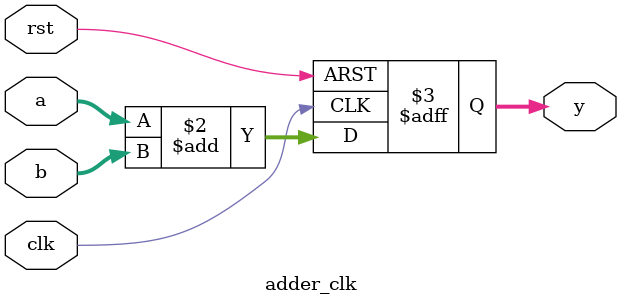
<source format=sv>
module adder_clk (
    input logic clk,
    input logic rst,
    input logic [7:0] a,
    input logic [7:0] b,
    output logic [8:0] y
);
    always_ff @(posedge clk or posedge rst) begin
        if (rst) y <= 0;
        else     y <= a + b;
    end
endmodule

</source>
